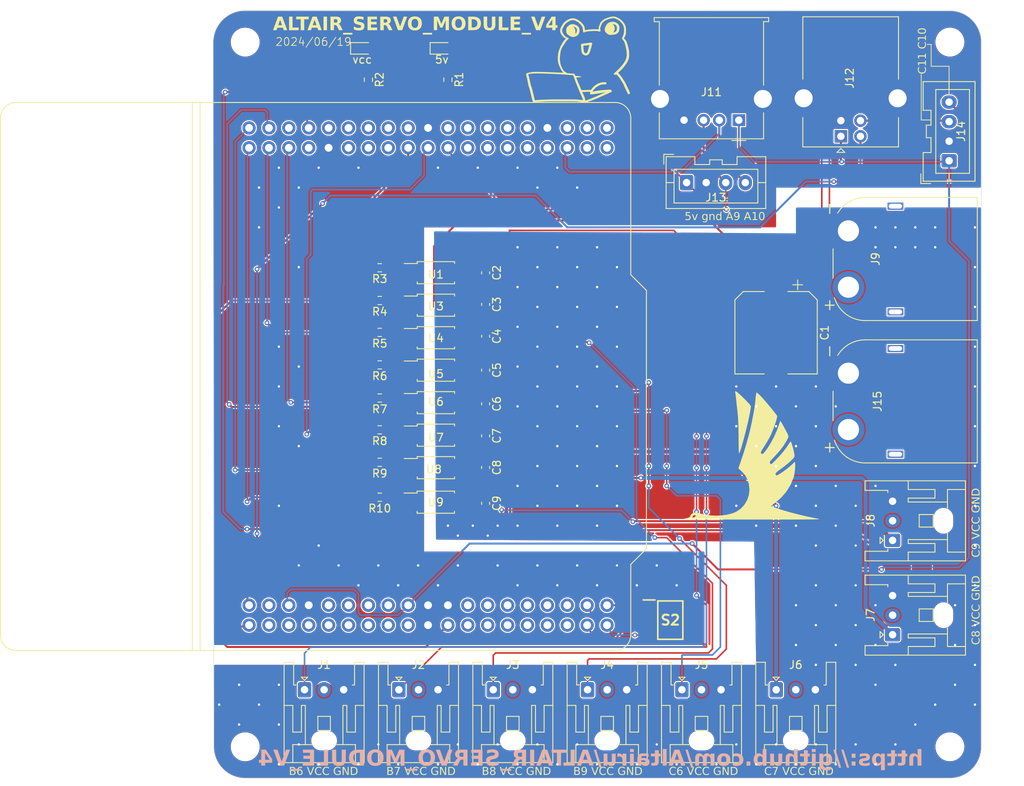
<source format=kicad_pcb>
(kicad_pcb (version 20221018) (generator pcbnew)
  (layers (0 "F.Cu" signal) (31 "B.Cu" signal) (34 "B.Paste" user) (35 "F.Paste" user) (36 "B.SilkS" user "B.Silkscreen") (37 "F.SilkS" user "F.Silkscreen") (38 "B.Mask" user) (39 "F.Mask" user) (44 "Edge.Cuts" user))
  (net 0 "")
  (net 1 "GND")
  (net 2 "+3.3V")
  (net 3 "VCC")
  (net 4 "GND1")
  (net 5 "s1")
  (net 6 "s2")
  (net 7 "s3")
  (net 8 "s4")
  (net 9 "s5")
  (net 10 "s6")
  (net 11 "s7")
  (net 12 "s8")
  (net 13 "B6")
  (net 14 "B7")
  (net 15 "B8")
  (net 16 "B9")
  (net 17 "Net-(LED1-A)")
  (net 18 "C6")
  (net 19 "C7")
  (net 20 "C8")
  (net 21 "C9")
  (net 22 "C10")
  (net 23 "C11")
  (net 24 "Net-(LED3-A)")
  (net 25 "+5V")
  (net 26 "A9")
  (net 27 "A10")
  (net 28 "Net-(U2-PC3)")
  (net 29 "Net-(U2-PC2)")
  (net 30 "Net-(U2-PC1(PB9))")
  (net 31 "Net-(U2-PC0(PB9))")
  (net 73 "Net-(R3-Pad1)")
  (net 74 "Net-(R4-Pad1)")
  (net 75 "Net-(R5-Pad1)")
  (net 76 "Net-(R6-Pad1)")
  (net 77 "Net-(R7-Pad1)")
  (net 78 "Net-(R8-Pad1)")
  (net 79 "Net-(R9-Pad1)")
  (net 80 "Net-(R10-Pad1)")
  (footprint "AltairMD_V6:altair1" (layer "F.Cu") (at 154.432 52.324)
    (fp_text reference "G***" hide)
    (fp_text value "LOGO" hide)
  )
  (footprint "Package_SO:SOIC-4_4.55x2.6mm_P1.27mm" (layer "F.Cu") (at 134.3545 100.203)
    (fp_text reference "U7")
    (fp_text value "TLP291")
  )
  (footprint "Package_SO:SOIC-4_4.55x2.6mm_P1.27mm" (layer "F.Cu") (at 134.3545 83.603)
    (fp_text reference "U3")
    (fp_text value "TLP291")
  )
  (footprint "Capacitor_SMD:C_0603_1608Metric" (layer "F.Cu") (at 140.7045 108.904 -90)
    (fp_text reference "C9")
    (fp_text value "0.1uF")
  )
  (footprint "LED_SMD:LED_0603_1608Metric" (layer "F.Cu") (at 124.9425 50.8)
    (fp_text reference "LED3")
    (fp_text value "vcc")
  )
  (footprint "Package_SO:SOIC-4_4.55x2.6mm_P1.27mm" (layer "F.Cu") (at 134.3545 91.903)
    (fp_text reference "U5")
    (fp_text value "TLP291")
  )
  (footprint "Capacitor_SMD:C_0603_1608Metric" (layer "F.Cu") (at 140.7045 91.899 -90)
    (fp_text reference "C5")
    (fp_text value "0.1uF")
  )
  (footprint "Connector_JST:JST_XA_S03B-XASK-1_1x03_P2.50mm_Horizontal" (layer "F.Cu") (at 192.68 125.69 90)
    (fp_text reference "J7")
    (fp_text value "servo")
  )
  (footprint "Connector_AMASS:AMASS_XT60PW-M_1x02_P7.20mm_Horizontal" (layer "F.Cu") (at 187.04 74.105 -90)
    (fp_text reference "J9")
    (fp_text value "power")
  )
  (footprint "Resistor_SMD:R_0603_1608Metric" (layer "F.Cu") (at 127.1795 103.665043 180)
    (fp_text reference "R9")
    (fp_text value "220")
  )
  (footprint "Connector_JST:JST_XA_S03B-XASK-1_1x03_P2.50mm_Horizontal" (layer "F.Cu") (at 165.775 132.715)
    (fp_text reference "J5")
    (fp_text value "servo")
  )
  (footprint "Package_SO:SOIC-4_4.55x2.6mm_P1.27mm" (layer "F.Cu") (at 134.3545 79.453)
    (fp_text reference "U1")
    (fp_text value "TLP291")
  )
  (footprint "Package_SO:SOIC-4_4.55x2.6mm_P1.27mm" (layer "F.Cu") (at 134.3545 104.353)
    (fp_text reference "U8")
    (fp_text value "TLP291")
  )
  (footprint "Package_SO:SOIC-4_4.55x2.6mm_P1.27mm" (layer "F.Cu") (at 134.337332 108.764)
    (fp_text reference "U9")
    (fp_text value "TLP291")
  )
  (footprint "Package_SO:SOIC-4_4.55x2.6mm_P1.27mm" (layer "F.Cu") (at 134.3545 96.053)
    (fp_text reference "U6")
    (fp_text value "TLP291")
  )
  (footprint "Connector_JST:JST_XA_S03B-XASK-1_1x03_P2.50mm_Horizontal" (layer "F.Cu") (at 153.725 132.715)
    (fp_text reference "J4")
    (fp_text value "servo")
  )
  (footprint "Connector_JST:JST_XA_S03B-XASK-1_1x03_P2.50mm_Horizontal" (layer "F.Cu") (at 141.675 132.715)
    (fp_text reference "J3")
    (fp_text value "servo")
  )
  (footprint "MountingHole:MountingHole_3.2mm_M3" (layer "F.Cu") (at 200 50)
    (fp_text reference "REF**" hide)
    (fp_text value "MountingHole_3.2mm_M3" hide)
  )
  (footprint "Resistor_SMD:R_0603_1608Metric" (layer "F.Cu") (at 127.1795 99.519 180)
    (fp_text reference "R8")
    (fp_text value "220")
  )
  (footprint "Resistor_SMD:R_0603_1608Metric" (layer "F.Cu") (at 135.89 54.801 -90)
    (fp_text reference "R1")
    (fp_text value "4.7k")
  )
  (footprint "Capacitor_SMD:C_0603_1608Metric" (layer "F.Cu") (at 140.7045 87.568 -90)
    (fp_text reference "C4")
    (fp_text value "0.1uF")
  )
  (footprint "Capacitor_SMD:C_0603_1608Metric" (layer "F.Cu") (at 140.7045 79.466 -90)
    (fp_text reference "C2")
    (fp_text value "0.1uF")
  )
  (footprint "Resistor_SMD:R_0603_1608Metric" (layer "F.Cu") (at 125.73 54.801 -90)
    (fp_text reference "R2")
    (fp_text value "4.7k")
  )
  (footprint "Resistor_SMD:R_0603_1608Metric" (layer "F.Cu") (at 127.1795 78.818 180)
    (fp_text reference "R3")
    (fp_text value "220")
  )
  (footprint "MountingHole:MountingHole_3.2mm_M3" (layer "F.Cu") (at 200 140)
    (fp_text reference "REF**" hide)
    (fp_text value "MountingHole_3.2mm_M3")
  )
  (footprint "Capacitor_SMD:C_0603_1608Metric" (layer "F.Cu") (at 140.7045 104.332 -90)
    (fp_text reference "C8")
    (fp_text value "0.1uF")
  )
  (footprint "Resistor_SMD:R_0603_1608Metric" (layer "F.Cu") (at 127.1795 91.224738 180)
    (fp_text reference "R6")
    (fp_text value "220")
  )
  (footprint "MountingHole:MountingHole_3.2mm_M3" (layer "F.Cu") (at 110 50)
    (fp_text reference "REF**" hide)
    (fp_text value "MountingHole_3.2mm_M3")
  )
  (footprint "Connector_JST:JST_XA_S03B-XASK-1_1x03_P2.50mm_Horizontal" (layer "F.Cu") (at 117.575 132.715)
    (fp_text reference "J1")
    (fp_text value "servo")
  )
  (footprint "SamacSys_Parts:SOIC127P600X175-8N" (layer "F.Cu") (at 164.293 123.825)
    (fp_text reference "S2")
    (fp_text value "KHS42E" hide)
  )
  (footprint "Capacitor_SMD:CP_Elec_10x10" (layer "F.Cu") (at 177.8 87.122 -90)
    (fp_text reference "C1")
    (fp_text value "330μf")
  )
  (footprint "Capacitor_SMD:C_0603_1608Metric" (layer "F.Cu") (at 140.7045 100.294 -90)
    (fp_text reference "C7")
    (fp_text value "0.1uF")
  )
  (footprint "Connector_JST:JST_XA_S03B-XASK-1_1x03_P2.50mm_Horizontal" (layer "F.Cu") (at 177.815 132.715)
    (fp_text reference "J6")
    (fp_text value "servo")
  )
  (footprint "Connector_USB:USB_A_Molex_67643_Horizontal" (layer "F.Cu") (at 173.045 59.97 180)
    (fp_text reference "J11")
    (fp_text value "USB_A")
  )
  (footprint "Connector_USB:USB_B_Lumberg_2411_02_Horizontal" (layer "F.Cu") (at 186.075 62.0325 90)
    (fp_text reference "J12")
    (fp_text value "USB_B")
  )
  (footprint "Capacitor_SMD:C_0603_1608Metric" (layer "F.Cu") (at 140.7045 83.504 -90)
    (fp_text reference "C3")
    (fp_text value "0.1uF")
  )
  (footprint "Resistor_SMD:R_0603_1608Metric" (layer "F.Cu") (at 127.1795 108.129 180)
    (fp_text reference "R10")
    (fp_text value "220")
  )
  (footprint "Connector_JST:JST_XA_S03B-XASK-1_1x03_P2.50mm_Horizontal" (layer "F.Cu") (at 129.625 132.715)
    (fp_text reference "J2")
    (fp_text value "servo")
  )
  (footprint "Resistor_SMD:R_0603_1608Metric" (layer "F.Cu") (at 127.1795 95.455 180)
    (fp_text reference "R7")
    (fp_text value "220")
  )
  (footprint "Library:STM32F446RE_Nucleo" (layer "F.Cu") (at 131.654214 93.795786 90)
    (fp_text reference "U2" hide)
    (fp_text value "~" hide)
  )
  (footprint "Library:sken" (layer "F.Cu") (at 174.752 109.22)
    (fp_text reference "G***" hide)
    (fp_text value "LOGO" hide)
  )
  (footprint "Connector_JST:JST_XA_B04B-XASK-1_1x04_P2.50mm_Vertical" (layer "F.Cu") (at 166.37 67.945)
    (fp_text reference "J13")
    (fp_text value "Conn_01x04")
  )
  (footprint "Connector_JST:JST_XA_S03B-XASK-1_1x03_P2.50mm_Horizontal" (layer "F.Cu") (at 192.68 113.64 90)
    (fp_text reference "J8")
    (fp_text value "servo")
  )
  (footprint "MountingHole:MountingHole_3.2mm_M3" (layer "F.Cu") (at 110 140)
    (fp_text reference "REF**" hide)
    (fp_text value "MountingHole_3.2mm_M3")
  )
  (footprint "LED_SMD:LED_0603_1608Metric" (layer "F.Cu") (at 135.1025 50.8)
    (fp_text reference "LED1")
    (fp_text value "5v")
  )
  (footprint "Package_SO:SOIC-4_4.55x2.6mm_P1.27mm" (layer "F.Cu") (at 134.3545 87.753)
    (fp_text reference "U4")
    (fp_text value "TLP291")
  )
  (footprint "Resistor_SMD:R_0603_1608Metric" (layer "F.Cu") (at 127.1795 83.001021 180)
    (fp_text reference "R4")
    (fp_text value "220")
  )
  (footprint "Capacitor_SMD:C_0603_1608Metric" (layer "F.Cu") (at 140.7045 96.204 -90)
    (fp_text reference "C6")
    (fp_text value "0.1uF")
  )
  (footprint "Connector_JST:JST_XA_B04B-XASK-1_1x04_P2.50mm_Vertical" (layer "F.Cu") (at 199.898 65.158 90)
    (fp_text reference "J14")
    (fp_text value "Conn_01x04")
  )
  (footprint "Connector_AMASS:AMASS_XT60PW-M_1x02_P7.20mm_Horizontal" (layer "F.Cu") (at 187.04 92.285 -90)
    (fp_text reference "J15")
    (fp_text value "power")
  )
  (footprint "Resistor_SMD:R_0603_1608Metric" (layer "F.Cu") (at 127.1795 87.073 180)
    (fp_text reference "R5")
    (fp_text value "220")
  )
  (gr_line (start 197.104 50.292) (end 197.612 50.292) (stroke (width 0.1)) (layer "F.SilkS"))
  (gr_line (start 197.612 53.086) (end 199.898 53.086) (stroke (width 0.1)) (layer "F.SilkS"))
  (gr_line (start 197.612 50.292) (end 197.612 53.086) (stroke (width 0.1)) (layer "F.SilkS"))
  (gr_line (start 199.898 53.086) (end 199.898 56.642) (stroke (width 0.1)) (layer "F.SilkS"))
  (gr_line (start 196.342 59.944) (end 197.612 59.944) (stroke (width 0.1)) (layer "F.SilkS"))
  (gr_line (start 196.342 54.102) (end 196.342 59.944) (stroke (width 0.1)) (layer "F.SilkS"))
  (gr_line (start 105.918 50.038) (end 106 140) (stroke (width 0.05)) (layer "Edge.Cuts"))
  (gr_arc (start 200 46) (mid 202.828427 47.171573) (end 204 50) (stroke (width 0.05)) (layer "Edge.Cuts"))
  (gr_line (start 204 140) (end 204 50) (stroke (width 0.05)) (layer "Edge.Cuts"))
  (gr_arc (start 110 144) (mid 107.171573 142.828427) (end 106 140) (stroke (width 0.05)) (layer "Edge.Cuts"))
  (gr_arc (start 105.918 50.038) (mid 107.108318 47.164318) (end 109.982 45.974) (stroke (width 0.05)) (layer "Edge.Cuts"))
  (gr_arc (start 204 140) (mid 202.828427 142.828427) (end 200 144) (stroke (width 0.05)) (layer "Edge.Cuts"))
  (gr_line (start 200 46) (end 109.982 45.974) (stroke (width 0.05)) (layer "Edge.Cuts"))
  (gr_line (start 110 144) (end 200 144) (stroke (width 0.05)) (layer "Edge.Cuts"))
  (gr_text "https://github.com/Altairu/ALTAIR_SERVO_MODULE_V4\n" (at 196.596 142.748) (layer "B.SilkS") (effects (font (size 2 2) (thickness 0.1)) (justify left bottom mirror)))
  (gr_text "C8 VCC GND" (at 203.962 127 90) (layer "F.SilkS") (effects (font (size 1 1) (thickness 0.1)) (justify left bottom)))
  (gr_text "5v gnd A9 A10" (at 166.116 72.898) (layer "F.SilkS") (effects (font (size 1 1) (thickness 0.1)) (justify left bottom)))
  (gr_text "C7 VCC GND" (at 176.276 143.764) (layer "F.SilkS") (effects (font (size 1 1) (thickness 0.1)) (justify left bottom)))
  (gr_text "B6 VCC GND" (at 115.57 143.764) (layer "F.SilkS") (effects (font (size 1 1) (thickness 0.1)) (justify left bottom)))
  (gr_text "B9 VCC GND" (at 151.892 143.764) (layer "F.SilkS") (effects (font (size 1 1) (thickness 0.1)) (justify left bottom)))
  (gr_text "C9 VCC GND" (at 203.962 115.824 90) (layer "F.SilkS") (effects (font (size 1 1) (thickness 0.1)) (justify left bottom)))
  (gr_text "B8 VCC GND" (at 140.208 143.764) (layer "F.SilkS") (effects (font (size 1 1) (thickness 0.1)) (justify left bottom)))
  (gr_text "C6 VCC GND" (at 164.084 143.764) (layer "F.SilkS") (effects (font (size 1 1) (thickness 0.1)) (justify left bottom)))
  (gr_text "2024/06/19" (at 113.792 50.546) (layer "F.SilkS") (effects (font (size 1 1) (thickness 0.1)) (justify left bottom)))
  (gr_text "C11 C10" (at 197.104 54.102 90) (layer "F.SilkS") (effects (font (size 1 1) (thickness 0.1)) (justify left bottom)))
  (gr_text "B7 VCC GND" (at 128.016 143.764) (layer "F.SilkS") (effects (font (size 1 1) (thickness 0.1)) (justify left bottom)))
  (gr_text "ALTAIR_SERVO_MODULE_V4\n" (at 113.538 48.768) (layer "F.SilkS") (effects (font (size 1.7 1.7) (thickness 0.3) bold) (justify left bottom)))
  (via (at 157.48 116.84) (size 0.6) (drill 0.3) (layers "F.Cu" "B.Cu") (net 1))
  (via (at 114.3 71.12) (size 0.6) (drill 0.3) (layers "F.Cu" "B.Cu") (net 1))
  (via (at 116.84 116.84) (size 0.6) (drill 0.3) (layers "F.Cu" "B.Cu") (net 1))
  (via (at 111.76 73.66) (size 0.6) (drill 0.3) (layers "F.Cu" "B.Cu") (net 1))
  (via (at 165.1 119.38) (size 0.6) (drill 0.3) (layers "F.Cu" "B.Cu") (net 1))
  (via (at 144.78 66.04) (size 0.6) (drill 0.3) (layers "F.Cu" "B.Cu") (net 1))
  (via (at 137.16 116.84) (size 0.6) (drill 0.3) (layers "F.Cu" "B.Cu") (net 1))
  (via (at 124.46 66.04) (size 0.6) (drill 0.3) (layers "F.Cu" "B.Cu") (net 1))
  (via (at 160.02 119.38) (size 0.6) (drill 0.3) (layers "F.Cu" "B.Cu") (net 1))
  (via (at 114.3 93.98) (size 0.6) (drill 0.3) (layers "F.Cu" "B.Cu") (net 1))
  (via (at 111.76 68.58) (size 0.6) (drill 0.3) (layers "F.Cu" "B.Cu") (net 1))
  (via (at 114.3 99.06) (size 0.6) (drill 0.3) (layers "F.Cu" "B.Cu") (net 1))
  (via (at 134.62 119.38) (size 0.6) (drill 0.3) (layers "F.Cu" "B.Cu") (net 1))
  (via (at 124.46 119.38) (size 0.6) (drill 0.3) (layers "F.Cu" "B.Cu") (net 1))
  (via (at 116.84 68.58) (size 0.6) (drill 0.3) (layers "F.Cu" "B.Cu") (net 1))
  (via (at 116.84 101.6) (size 0.6) (drill 0.3) (layers "F.Cu" "B.Cu") (net 1))
  (via (at 139.7 66.04) (size 0.6) (drill 0.3) (layers "F.Cu" "B.Cu") (net 1))
  (via (at 142.24 116.84) (size 0.6) (drill 0.3) (layers "F.Cu" "B.Cu") (net 1))
  (via (at 144.78 119.38) (size 0.6) (drill 0.3) (layers "F.Cu" "B.Cu") (net 1))
  (via (at 147.32 68.58) (size 0.6) (drill 0.3) (layers "F.Cu" "B.Cu") (net 1))
  (via (at 114.3 66.04) (size 0.6) (drill 0.3) (layers "F.Cu" "B.Cu") (net 1))
  (via (at 129.54 119.38) (size 0.6) (drill 0.3) (layers "F.Cu" "B.Cu") (net 1))
  (via (at 152.4 68.58) (size 0.6) (drill 0.3) (layers "F.Cu" "B.Cu") (net 1))
  (via (at 114.3 88.9) (size 0.6) (drill 0.3) (layers "F.Cu" "B.Cu") (net 1))
  (via (at 116.84 91.44) (size 0.6) (drill 0.3) (layers "F.Cu" "B.Cu") (net 1))
  (via (at 119.38 114.3) (size 0.6) (drill 0.3) (layers "F.Cu" "B.Cu") (net 1))
  (via (at 132.08 116.84) (size 0.6) (drill 0.3) (layers "F.Cu" "B.Cu") (net 1))
  (via (at 116.84 78.74) (size 0.6) (drill 0.3) (layers "F.Cu" "B.Cu") (net 1))
  (via (at 149.86 119.38) (size 0.6) (drill 0.3) (layers "F.Cu" "B.Cu") (net 1))
  (via (at 114.3 109.22) (size 0.6) (drill 0.3) (layers "F.Cu" "B.Cu") (net 1))
  (via (at 147.32 116.84) (size 0.6) (drill 0.3) (layers "F.Cu" "B.Cu") (net 1))
  (via (at 152.4 116.84) (size 0.6) (drill 0.3) (layers "F.Cu" "B.Cu") (net 1))
  (via (at 154.94 119.38) (size 0.6) (drill 0.3) (layers "F.Cu" "B.Cu") (net 1))
  (via (at 134.62 66.04) (size 0.6) (drill 0.3) (layers "F.Cu" "B.Cu") (net 1))
  (via (at 162.56 116.84) (size 0.6) (drill 0.3) (layers "F.Cu" "B.Cu") (net 1))
  (via (at 127 116.84) (size 0.6) (drill 0.3) (layers "F.Cu" "B.Cu") (net 1))
  (via (at 119.38 66.04) (size 0.6) (drill 0.3) (layers "F.Cu" "B.Cu") (net 1))
  (via (at 149.86 66.04) (size 0.6) (drill 0.3) (layers "F.Cu" "B.Cu") (net 1))
  (via (at 121.92 116.84) (size 0.6) (drill 0.3) (layers "F.Cu" "B.Cu") (net 1))
  (segment (start 197.866 86.614) (end 197.866 106.750699) (width 5) (layer "F.Cu") (net 3))
  (segment (start 185.223 83.122) (end 182.372 83.122) (width 5) (layer "F.Cu") (net 3))
  (segment (start 134.6835 99.568) (end 134.6085 99.493) (width 0.25) (layer "F.Cu") (net 3))
  (segment (start 168.275 132.715) (end 168.275 136.271) (width 2.54) (layer "F.Cu") (net 3))
  (segment (start 134.6085 86.793) (end 134.6085 82.729) (width 0.25) (layer "F.Cu") (net 3))
  (segment (start 134.112 76.08374) (end 137.414 72.78174) (width 0.25) (layer "F.Cu") (net 3))
  (segment (start 197.866 98.044) (end 196.425 99.485) (width 5) (layer "F.Cu") (net 3))
  (segment (start 196.6448 81.305) (end 197.866 82.5262) (width 5) (layer "F.Cu") (net 3))
  (segment (start 137.6045 87.118) (end 134.9335 87.118) (width 0.25) (layer "F.Cu") (net 3))
  (segment (start 197.866 106.750699) (end 197.266349 107.35035) (width 5) (layer "F.Cu") (net 3))
  (segment (start 168.275 136.271) (end 168.656 136.652) (width 2.54) (layer "F.Cu") (net 3))
  (segment (start 177.8 81.28) (end 177.8 83.122) (width 0.25) (layer "F.Cu") (net 3))
  (segment (start 195.4624 105.546401) (end 195.4624 109.9876) (width 2.54) (layer "F.Cu") (net 3))
  (segment (start 194.564 99.485) (end 191.262 99.485) (width 5) (layer "F.Cu") (net 3))
  (segment (start 180.315 136.423) (end 180.086 136.652) (width 2.54) (layer "F.Cu") (net 3))
  (segment (start 134.6085 103.632) (end 134.6085 99.493) (width 0.25) (layer "F.Cu") (net 3))
  (segment (start 143.8334 112.3374) (end 188.0294 112.3374) (width 0.25) (layer "F.Cu") (net 3))
  (segment (start 137.6045 78.818) (end 134.7615 78.818) (width 0.25) (layer "F.Cu") (net 3))
  (segment (start 196.425 106.934) (end 196.425 107.696) (width 2.54) (layer "F.Cu") (net 3))
  (segment (start 140.7045 99.519) (end 137.6535 99.519) (width 0.25) (layer "F.Cu") (net 3))
  (segment (start 132.125 132.715) (end 132.125 136.099) (width 2.54) (layer "F.Cu") (net 3))
  (segment (start 188.0294 112.3374) (end 191.008 115.316) (width 0.25) (layer "F.Cu") (net 3))
  (segment (start 195.4624 105.546401) (end 197.266349 107.35035) (width 2.54) (layer "F.Cu") (net 3))
  (segment (start 140.4655 82.968) (end 140.7045 82.729) (width 0.25) (layer "F.Cu") (net 3))
  (segment (start 196.425 110.998) (end 196.425 115.316) (width 2.54) (layer "F.Cu") (net 3))
  (segment (start 196.283 111.14) (end 196.425 110.998) (width 2.54) (layer "F.Cu") (net 3))
  (segment (start 137.6045 78.818) (end 140.5775 78.818) (width 0.25) (layer "F.Cu") (net 3))
  (segment (start 143.8334 108.7814) (end 143.8334 112.3374) (width 0.25) (layer "F.Cu") (net 3))
  (segment (start 135.0195 91.268) (end 134.6085 90.857) (width 0.25) (layer "F.Cu") (net 3))
  (segment (start 196.425 107.696) (end 197.612 107.696) (width 2.54) (layer "F.Cu") (net 3))
  (segment (start 185.223 83.122) (end 187.04 81.305) (width 5) (layer "F.Cu") (net 3))
  (segment (start 196.425 106.934) (end 196.425 101.346) (width 2.54) (layer "F.Cu") (net 3))
  (segment (start 191.262 99.485) (end 187.04 99.485) (width 5) (layer "F.Cu") (net 3))
  (segment (start 196.425 133.267) (end 193.04 136.652) (width 2.54) (layer "F.Cu") (net 3))
  (segment (start 134.7615 78.818) (end 134.6085 78.665) (width 0.25) (layer "F.Cu") (net 3))
  (segment (start 120.075 135.569) (end 120.075 133.0304) (width 2.54) (layer "F.Cu") (net 3))
  (segment (start 134.6085 105.150168) (end 134.6085 103.632) (width 0.25) (layer "F.Cu") (net 3))
  (segment (start 196.425 101.7252) (end 196.425 106.934) (width 2.54) (layer "F.Cu") (net 3))
  (segment (start 156.225 136.637) (end 156.21 136.652) (width 2.54) (layer "F.Cu") (net 3))
  (segment (start 137.7485 91.124) (end 137.6045 91.268) (width 0.25) (layer "F.Cu") (net 3))
  (segment (start 197.866 92.202) (end 197.866 98.044) (width 5) (layer "F.Cu") (net 3))
  (segment (start 197.866 82.5262) (end 197.866 86.614) (width 5) (layer "F.Cu") (net 3))
  (segment (start 194.1848 99.485) (end 196.425 101.7252) (width 2.54) (layer "F.Cu") (net 3))
  (segment (start 120.075 133.0304) (end 120.075 132.715) (width 1.8) (layer "F.Cu") (net 3))
  (segment (start 195.4624 100.3834) (end 195.4624 105.546401) (width 2.54) (layer "F.Cu") (net 3))
  (segment (start 131.572 136.652) (end 121.158 136.652) (width 2.54) (layer "F.Cu") (net 3))
  (segment (start 140.7045 108.129) (end 143.181 108.129) (width 0.25) (layer "F.Cu") (net 3))
  (segment (start 182.372 83.122) (end 177.8 83.122) (width 5) (layer "F.Cu") (net 3))
  (segment (start 191.262 99.485) (end 191.262 98.806) (width 5) (layer "F.Cu") (net 3))
  (segment (start 137.6155 95.429) (end 137.6045 95.418) (width 0.25) (layer "F.Cu") (net 3))
  (segment (start 137.6045 82.968) (end 134.8475 82.968) (width 0.25) (layer "F.Cu") (net 3))
  (segment (start 191.008 115.316) (end 196.425 115.316) (width 0.25) (layer "F.Cu") (net 3))
  (segment (start 181.61 49.53) (end 183.642 51.562) (width 0.2) (layer "F.Cu") (net 3))
  (segment (start 137.6045 103.718) (end 137.5185 103.632) (width 0.25) (layer "F.Cu") (net 3))
  (segment (start 195.4624 109.9876) (end 194.31 111.14) (width 2.54) (layer "F.Cu") (net 3))
  (segment (start 198.628 106.68) (end 198.628 98.806) (width 2.54) (layer "F.Cu") (net 3))
  (segment (start 137.6045 82.968) (end 140.4655 82.968) (width 0.25) (layer "F.Cu") (net 3))
  (segment (start 196.425 107.696) (end 196.425 109.040331) (width 2.54) (layer "F.Cu") (net 3))
  (segment (start 196.425 99.485) (end 194.564 99.485) (width 5) (layer "F.Cu") (net 3))
  (segment (start 137.5185 103.632) (end 134.6085 103.632) (width 0.25) (layer "F.Cu") (net 3))
  (segment (start 135.1055 95.418) (end 134.6085 94.921) (width 0.25) (layer "F.Cu") (net 3))
  (segment (start 156.225 132.715) (end 156.225 136.637) (width 2.54) (layer "F.Cu") (net 3))
  (segment (start 127.508 55.626) (end 127.508 50.038) (width 0.2) (layer "F.Cu") (net 3))
  (segment (start 140.5775 78.818) (end 140.7045 78.691) (width 0.25) (layer "F.Cu") (net 3))
  (segment (start 196.425 99.485) (end 196.425 107.696) (width 2.54) (layer "F.Cu") (net 3))
  (segment (start 140.7045 103.557) (end 137.7655 103.557) (width 0.25) (layer "F.Cu") (net 3))
  (segment (start 144.526 136.652) (end 131.572 136.652) (width 2.54) (layer "F.Cu") (net 3))
  (segment (start 144.175 132.715) (end 144.175 136.301) (width 2.54) (layer "F.Cu") (net 3))
  (segment (start 156.21 136.652) (end 144.526 136.652) (width 2.54) (layer "F.Cu") (net 3))
  (segment (start 127.508 50.038) (end 128.016 49.53) (width 0.2) (layer "F.Cu") (net 3))
  (segment (start 134.6085 94.921) (end 134.6085 90.857) (width 0.25) (layer "F.Cu") (net 3))
  (segment (start 134.8475 82.968) (end 134.6085 82.729) (width 0.25) (layer "F.Cu") (net 3))
  (segment (start 134.6085 82.729) (end 134.6085 78.665) (width 0.25) (layer "F.Cu") (net 3))
  (segment (start 197.612 107.696) (end 198.628 106.68) (width 2.54) (layer "F.Cu") (net 3))
  (segment (start 134.6085 90.857) (end 134.6085 86.793) (width 0.25) (layer "F.Cu") (net 3))
  (segment (start 144.175 136.301) (end 144.526 136.652) (width 2.54) (layer "F.Cu") (net 3))
  (segment (start 140.3795 87.118) (end 140.7045 86.793) (width 0.25) (layer "F.Cu") (net 3))
  (segment (start 137.414 72.78174) (end 169.30174 72.78174) (width 0.25) (layer "F.Cu") (net 3))
  (segment (start 137.6045 91.268) (end 135.0195 91.268) (width 0.25) (layer "F.Cu") (net 3))
  (segment (start 183.642 81.852) (end 182.372 83.122) (width 0.2) (layer "F.Cu") (net 3))
  (segment (start 196.425 109.040331) (end 196.425 110.998) (width 2.54) (layer "F.Cu") (net 3))
  (segment (start 137.587332 108.129) (end 134.6085 105.150168) (width 0.25) (layer "F.Cu") (net 3))
  (segment (start 137.6045 95.418) (end 135.1055 95.418) (width 0.25) (layer "F.Cu") (net 3))
  (segment (start 194.31 111.14) (end 196.283 111.14) (width 2.54) (layer "F.Cu") (net 3))
  (segment (start 128.016 49.53) (end 181.61 49.53) (width 0.2) (layer "F.Cu") (net 3))
  (segment (start 194.564 99.485) (end 195.4624 100.3834) (width 2.54) (layer "F.Cu") (net 3))
  (segment (start 132.125 136.099) (end 131.572 136.652) (width 2.54) (layer "F.Cu") (net 3))
  (segment (start 121.158 136.652) (end 120.075 135.569) (width 2.54) (layer "F.Cu") (net 3))
  (segment (start 134.9335 87.118) (end 134.6085 86.793) (width 0.25) (layer "F.Cu") (net 3))
  (segment (start 180.086 136.652) (end 168.656 136.652) (width 2.54) (layer "F.Cu") (net 3))
  (segment (start 192.68 111.14) (end 194.31 111.14) (width 2.54) (layer "F.Cu") (net 3))
  (segment (start 140.7045 95.429) (end 137.6155 95.429) (width 0.25) (layer "F.Cu") (net 3))
  (segment (start 192.68 123.19) (end 196.425 123.19) (width 2.54) (layer "F.Cu") (net 3))
  (segment (start 137.6535 99.519) (end 137.6045 99.568) (width 0.25) (layer "F.Cu") (net 3))
  (segment (start 125.73 55.626) (end 127.508 55.626) (width 0.2) (layer "F.Cu") (net 3))
  (segment (start 198.628 98.806) (end 197.866 98.044) (width 2.54) (layer "F.Cu") (net 3))
  (segment (start 193.04 136.652) (end 180.086 136.652) (width 2.54) (layer "F.Cu") (net 3))
  (segment (start 191.262 99.485) (end 194.1848 99.485) (width 2.54) (layer "F.Cu") (net 3))
  (segment (start 180.315 132.715) (end 180.315 136.423) (width 2.54) (layer "F.Cu") (net 3))
  (segment (start 196.425 123.19) (end 196.425 133.267) (width 2.54) (layer "F.Cu") (net 3))
  (segment (start 183.642 51.562) (end 183.642 81.852) (width 0.2) (layer "F.Cu") (net 3))
  (segment (start 137.7655 103.557) (end 137.6045 103.718) (width 0.25) (layer "F.Cu") (net 3))
  (segment (start 191.262 98.806) (end 197.866 92.202) (width 5) (layer "F.Cu") (net 3))
  (segment (start 196.425 115.316) (end 196.425 123.19) (width 2.54) (layer "F.Cu") (net 3))
  (segment (start 137.6045 99.568) (end 134.6835 99.568) (width 0.25) (layer "F.Cu") (net 3))
  (segment (start 143.181 108.129) (end 143.8334 108.7814) (width 0.25) (layer "F.Cu") (net 3))
  (segment (start 134.6085 99.493) (end 134.6085 94.921) (width 0.25) (layer "F.Cu") (net 3))
  (segment (start 134.112 83.82) (end 134.112 76.08374) (width 0.25) (layer "F.Cu") (net 3))
  (segment (start 196.425 101.346) (end 194.564 99.485) (width 2.54) (layer "F.Cu") (net 3))
  (segment (start 137.6045 87.118) (end 140.3795 87.118) (width 0.25) (layer "F.Cu") (net 3))
  (segment (start 137.587332 108.129) (end 140.7045 108.129) (width 0.25) (layer "F.Cu") (net 3))
  (segment (start 197.866 86.614) (end 197.866 92.202) (width 5) (layer "F.Cu") (net 3))
  (segment (start 187.04 81.305) (end 196.6448 81.305) (width 5) (layer "F.Cu") (net 3))
  (segment (start 168.656 136.652) (end 156.21 136.652) (width 2.54) (layer "F.Cu") (net 3))
  (segment (start 140.7045 91.124) (end 137.7485 91.124) (width 0.25) (layer "F.Cu") (net 3))
  (segment (start 169.30174 72.78174) (end 177.8 81.28) (width 0.25) (layer "F.Cu") (net 3))
  (segment (start 140.4735 100.838) (end 140.7045 101.069) (width 0.25) (layer "F.Cu") (net 4))
  (segment (start 140.8759 100.8976) (end 140.7045 101.069) (width 0.5) (layer "F.Cu") (net 4))
  (segment (start 124.155 50.597) (end 126.238 48.514) (width 0.2) (layer "F.Cu") (net 4))
  (segment (start 124.155 50.8) (end 124.155 50.597) (width 0.2) (layer "F.Cu") (net 4))
  (segment (start 126.238 48.514) (end 181.356 48.514) (width 0.2) (layer "F.Cu") (net 4))
  (segment (start 184.6136 51.7716) (end 184.6136 71.6786) (width 0.2) (layer "F.Cu") (net 4))
  (segment (start 184.6136 71.6786) (end 187.04 74.105) (width 0.2) (layer "F.Cu") (net 4))
  (segment (start 181.356 48.514) (end 184.6136 51.7716) (width 0.2) (layer "F.Cu") (net 4))
  (via (at 180.34 142.24) (size 0.6) (drill 0.3) (layers "F.Cu" "B.Cu") (net 4))
  (via (at 198.12 76.2) (size 0.6) (drill 0.3) (layers "F.Cu" "B.Cu") (net 4))
  (via (at 149.86 96.52) (size 0.6) (drill 0.3) (layers "F.Cu" "B.Cu") (net 4))
  (via (at 154.94 142.24) (size 0.6) (drill 0.3) (layers "F.Cu" "B.Cu") (net 4))
  (via (at 106.68 134.62) (size 0.6) (drill 0.3) (layers "F.Cu" "B.Cu") (net 4))
  (via (at 200.66 132.08) (size 0.6) (drill 0.3) (layers "F.Cu" "B.Cu") (net 4))
  (via (at 144.78 91.44) (size 0.6) (drill 0.3) (layers "F.Cu" "B.Cu") (net 4))
  (via (at 152.4 104.14) (size 0.6) (drill 0.3) (layers "F.Cu" "B.Cu") (net 4))
  (via (at 147.32 78.74) (size 0.6) (drill 0.3) (layers "F.Cu" "B.Cu") (net 4))
  (via (at 182.88 104.14) (size 0.6) (drill 0.3) (layers "F.Cu" "B.Cu") (net 4))
  (via (at 147.32 104.14) (size 0.6) (drill 0.3) (layers "F.Cu" "B.Cu") (net 4))
  (via (at 154.94 111.76) (size 0.6) (drill 0.3) (layers "F.Cu" "B.Cu") (net 4))
  (via (at 203.2 83.82) (size 0.6) (drill 0.3) (layers "F.Cu" "B.Cu") (net 4))
  (via (at 190.5 142.24) (size 0.6) (drill 0.3) (layers "F.Cu" "B.Cu") (net 4))
  (via (at 180.34 121.92) (size 0.6) (drill 0.3) (layers "F.Cu" "B.Cu") (net 4))
  (via (at 203.2 104.14) (size 0.6) (drill 0.3) (layers "F.Cu" "B.Cu") (net 4))
  (via (at 144.78 86.36) (size 0.6) (drill 0.3) (layers "F.Cu" "B.Cu") (net 4))
  (via (at 203.2 114.3) (size 0.6) (drill 0.3) (layers "F.Cu" "B.Cu") (net 4))
  (via (at 182.88 129.54) (size 0.6) (drill 0.3) (layers "F.Cu" "B.Cu") (net 4))
  (via (at 180.34 101.6) (size 0.6) (drill 0.3) (layers "F.Cu" "B.Cu") (net 4))
  (via (at 165.1 142.24) (size 0.6) (drill 0.3) (layers "F.Cu" "B.Cu") (net 4))
  (via (at 154.94 76.2) (size 0.6) (drill 0.3) (layers "F.Cu" "B.Cu") (net 4))
  (via (at 157.48 104.14) (size 0.6) (drill 0.3) (layers "F.Cu" "B.Cu") (net 4))
  (via (at 172.72 93.98) (size 0.6) (drill 0.3) (layers "F.Cu" "B.Cu") (net 4))
  (via (at 203.2 129.54) (size 0.6) (drill 0.3) (layers "F.Cu" "B.Cu") (net 4))
  (via (at 147.32 109.22) (size 0.6) (drill 0.3) (layers "F.Cu" "B.Cu") (net 4))
  (via (at 195.58 76.2) (size 0.6) (drill 0.3) (layers "F.Cu" "B.Cu") (net 4))
  (via (at 144.78 111.76) (size 0.6) (drill 0.3) (layers "F.Cu" "B.Cu") (net 4))
  (via (at 154.94 106.68) (size 0.6) (drill 0.3) (layers "F.Cu" "B.Cu") (net 4))
  (via (at 187.96 129.54) (size 0.6) (drill 0.3) (layers "F.Cu" "B.Cu") (net 4))
  (via (at 190.5 127) (size 0.6) (drill 0.3) (layers "F.Cu" "B.Cu") (net 4))
  (via (at 187.96 119.38) (size 0.6) (drill 0.3) (layers "F.Cu" "B.Cu") (net 4))
  (via (at 114.3 132.08) (size 0.6) (drill 0.3) (layers "F.Cu" "B.Cu") (net 4))
  (via (at 119.38 142.24) (size 0.6) (drill 0.3) (layers "F.Cu" "B.Cu") (net 4))
  (via (at 177.8 99.06) (size 0.6) (drill 0.3) (layers "F.Cu" "B.Cu") (net 4))
  (via (at 139.065 111.76) (size 0.6) (drill 0.3) (layers "F.Cu" "B.Cu") (net 4))
  (via (at 187.96 124.46) (size 0.6) (drill 0.3) (layers "F.Cu" "B.Cu") (net 4))
  (via (at 195.58 137.16) (size 0.6) (drill 0.3) (layers "F.Cu" "B.Cu") (net 4))
  (via (at 139.7 142.24) (size 0.6) (drill 0.3) (layers "F.Cu" "B.Cu") (net 4))
  (via (at 144.78 81.28) (size 0.6) (drill 0.3) (layers "F.Cu" "B.Cu") (net 4))
  (via (at 157.48 99.06) (size 0.6) (drill 0.3) (layers "F.Cu" "B.Cu") (net 4))
  (via (at 147.32 93.98) (size 0.6) (drill 0.3) (layers "F.Cu" "B.Cu") (net 4))
  (via (at 152.4 93.98) (size 0.6) (drill 0.3) (layers "F.Cu" "B.Cu") (net 4))
  (via (at 182.88 99.06) (size 0.6) (drill 0.3) (layers "F.Cu" "B.Cu") (net 4))
  (via (at 203.2 124.46) (size 0.6) (drill 0.3) (layers "F.Cu" "B.Cu") (net 4))
  (via (at 116.84 139.7) (size 0.6) (drill 0.3) (layers "F.Cu" "B.Cu") (net 4))
  (via (at 180.34 106.68) (size 0.6) (drill 0.3) (layers "F.Cu" "B.Cu") (net 4))
  (via (at 198.12 73.66) (size 0.6) (drill 0.3) (layers "F.Cu" "B.Cu") (net 4))
  (via (at 149.86 81.28) (size 0.6) (drill 0.3) (layers "F.Cu" "B.Cu") (net 4))
  (via (at 147.32 88.9) (size 0.6) (drill 0.3) (layers "F.Cu" "B.Cu") (net 4))
  (via (at 182.88 93.98) (size 0.6) (drill 0.3) (layers "F.Cu" "B.Cu") (net 4))
  (via (at 147.32 99.06) (size 0.6) (drill 0.3) (layers "F.Cu" "B.Cu") (net 4))
  (via (at 193.04 73.66) (size 0.6) (drill 0.3) (layers "F.Cu" "B.Cu") (net 4))
  (via (at 154.94 101.6) (size 0.6) (drill 0.3) (layers "F.Cu" "B.Cu") (net 4))
  (via (at 177.8 93.98) (size 0.6) (drill 0.3) (layers "F.Cu" "B.Cu") (net 4))
  (via (at 157.48 109.22) (size 0.6) (drill 0.3) (layers "F.Cu" "B.Cu") (net 4))
  (via (at 157.48 78.74) (size 0.6) (drill 0.3) (layers "F.Cu" "B.Cu") (net 4))
  (via (at 185.42 106.68) (size 0.6) (drill 0.3) (layers "F.Cu" "B.Cu") (net 4))
  (via (at 180.34 96.52) (size 0.6) (drill 0.3) (layers "F.Cu" "B.Cu") (net 4))
  (via (at 134.62 142.24) (size 0.6) (drill 0.3) (layers "F.Cu" "B.Cu") (net 4))
  (via (at 177.8 104.14) (size 0.6) (drill 0.3) (layers "F.Cu" "B.Cu") (net 4))
  (via (at 147.32 83.82) (size 0.6) (drill 0.3) (layers "F.Cu" "B.Cu") (net 4))
  (via (at 124.46 142.24) (size 0.6) (drill 0.3) (layers "F.Cu" "B.Cu") (net 4))
  (via (at 182.88 139.7) (size 0.6) (drill 0.3) (layers "F.Cu" "B.Cu") (net 4))
  (via (at 127 139.7) (size 0.6) (drill 0.3) (layers "F.Cu" "B.Cu") (net 4))
  (via (at 172.72 139.7) (size 0.6) (drill 0.3) (layers "F.Cu" "B.Cu") (net 4))
  (via (at 182.88 119.38) (size 0.6) (drill 0.3) (layers "F.Cu" "B.Cu") (net 4))
  (via (at 185.42 121.92) (size 0.6) (drill 0.3) (layers "F.Cu" "B.Cu") (net 4))
  (via (at 198.12 134.62) (size 0.6) (drill 0.3) (layers "F.Cu" "B.Cu") (net 4))
  (via (at 154.94 86.36) (size 0.6) (drill 0.3) (layers "F.Cu" "B.Cu") (net 4))
  (via (at 170.18 142.24) (size 0.6) (drill 0.3) (layers "F.Cu" "B.Cu") (net 4))
  (via (at 157.48 88.9) (size 0.6) (drill 0.3) (layers "F.Cu" "B.Cu") (net 4))
  (via (at 142.24 139.7) (size 0.6) (drill 0.3) (layers "F.Cu" "B.Cu") (net 4))
  (via (at 149.86 91.44) (size 0.6) (drill 0.3) (layers "F.Cu" "B.Cu") (net 4))
  (via (at 152.4 83.82) (size 0.6) (drill 0.3) (layers "F.Cu" "B.Cu") (net 4))
  (via (at 149.86 76.2) (size 0.6) (drill 0.3) (layers "F.Cu" "B.Cu") (net 4))
  (via (at 203.2 119.38) (size 0.6) (drill 0.3) (layers "F.Cu" "B.Cu") (net 4))
  (via (at 157.48 93.98) (size 0.6) (drill 0.3) (layers "F.Cu" "B.Cu") (net 4))
  (via (at 200.66 127) (size 0.6) (drill 0.3) (layers "F.Cu" "B.Cu") (net 4))
  (via (at 175.26 96.52) (size 0.6) (drill 0.3) (layers "F.Cu" "B.Cu") (net 4))
  (via (at 185.42 96.52) (size 0.6) (drill 0.3) (layers "F.Cu" "B.Cu") (net 4))
  (via (at 193.04 129.54) (size 0.6) (drill 0.3) (layers "F.Cu" "B.Cu") (net 4))
  (via (at 182.88 124.46) (size 0.6) (drill 0.3) (layers "F.Cu" "B.Cu") (net 4))
  (via (at 185.42 111.76) (size 0.6) (drill 0.3) (layers "F.Cu" "B.Cu") (net 4))
  (via (at 193.04 76.2) (size 0.6) (drill 0.3) (layers "F.Cu" "B.Cu") (net 4))
  (via (at 109.22 137.16) (size 0.6) (drill 0.3) (layers "F.Cu" "B.Cu") (net 4))
  (via (at 154.94 96.52) (size 0.6) (drill 0.3) (layers "F.Cu" "B.Cu") (net 4))
  (via (at 160.02 142.24) (size 0.6) (drill 0.3) (layers "F.Cu" "B.Cu") (net 4))
  (via (at 144.78 142.24) (size 0.6) (drill 0.3) (layers "F.Cu" "B.Cu") (net 4))
  (via (at 142.24 111.76) (size 0.6) (drill 0.3) (layers "F.Cu" "B.Cu") (net 4))
  (via (at 182.88 109.22) (size 0.6) (drill 0.3) (layers "F.Cu" "B.Cu") (net 4))
  (via (at 203.2 99.06) (size 0.6) (drill 0.3) (layers "F.Cu" "B.Cu") (net 4))
  (via (at 187.96 139.7) (size 0.6) (drill 0.3) (layers "F.Cu" "B.Cu") (net 4))
  (via (at 203.2 134.62) (size 0.6) (drill 0.3) (layers "F.Cu" "B.Cu") (net 4))
  (via (at 114.3 137.16) (size 0.6) (drill 0.3) (layers "F.Cu" "B.Cu") (net 4))
  (via (at 203.2 73.66) (size 0.6) (drill 0.3) (layers "F.Cu" "B.Cu") (net 4))
  (via (at 175.26 142.24) (size 0.6) (drill 0.3) (layers "F.Cu" "B.Cu") (net 4))
  (via (at 172.72 99.06) (size 0.6) (drill 0.3) (layers "F.Cu" "B.Cu") (net 4))
  (via (at 162.56 139.7) (size 0.6) (drill 0.3) (layers "F.Cu" "B.Cu") (net 4))
  (via (at 172.72 109.22) (size 0.6) (drill 0.3) (layers "F.Cu" "B.Cu") (net 4))
  (via (at 149.86 111.76) (size 0.6) (drill 0.3) (layers "F.Cu" "B.Cu") (net 4))
  (via (at 177.8 139.7) (size 0.6) (drill 0.3) (layers "F.Cu" "B.Cu") (net 4))
  (via (at 154.94 81.28) (size 0.6) (drill 0.3) (layers "F.Cu" "B.Cu") (net 4))
  (via (at 175.26 101.6) (size 0.6) (drill 0.3) (layers "F.Cu" "B.Cu") (net 4))
  (via (at 152.4 99.06) (size 0.6) (drill 0.3) (layers "F.Cu" "B.Cu") (net 4))
  (via (at 190.5 106.68) (size 0.6) (drill 0.3) (layers "F.Cu" "B.Cu") (net 4))
  (via (at 203.2 93.98) (size 0.6) (drill 0.3) (layers "F.Cu" "B.Cu") (net 4))
  (via (at 137.16 139.7) (size 0.6) (drill 0.3) (layers "F.Cu" "B.Cu") (net 4))
  (via (at 135.89 111.76) (size 0.6) (drill 0.3) (layers "F.Cu" "B.Cu") (net 4))
  (via (at 152.4 109.22) (size 0.6) (drill 0.3) (layers "F.Cu" "B.Cu") (net 4))
  (via (at 195.58 73.66) (size 0.6) (drill 0.3) (layers "F.Cu" "B.Cu") (net 4))
  (via (at 149.86 106.68) (size 0.6) (drill 0.3) (layers "F.Cu" "B.Cu") (net 4))
  (via (at 190.5 76.2) (size 0.6) (drill 0.3) (layers "F.Cu" "B.Cu") (net 4))
  (via (at 152.4 78.74) (size 0.6) (drill 0.3) (layers "F.Cu" "B.Cu") (net 4))
  (via (at 149.86 101.6) (size 0.6) (drill 0.3) (layers "F.Cu" "B.Cu") (net 4))
  (via (at 152.4 88.9) (size 0.6) (drill 0.3) (layers "F.Cu" "B.Cu") (net 4))
  (via (at 185.42 142.24) (size 0.6) (drill 0.3) (layers "F.Cu" "B.Cu") (net 4))
  (via (at 129.54 142.24) (size 0.6) (drill 0.3) (layers "F.Cu" "B.Cu") (net 4))
  (via (at 187.96 109.22) (size 0.6) (drill 0.3) (layers "F.Cu" "B.Cu") (net 4))
  (via (at 140.97 113.03) (size 0.6) (drill 0.3) (layers "F.Cu" "B.Cu") (net 4))
  (via (at 137.16 113.03) (size 0.6) (drill 0.3) (layers "F.Cu" "B.Cu") (net 4))
  (via (at 180.34 111.76) (size 0.6) (drill 0.3) (layers "F.Cu" "B.Cu") (net 4))
  (via (at 203.2 109.22) (size 0.6) (drill 0.3) (layers "F.Cu" "B.Cu") (net 4))
  (via (at 147.32 139.7) (size 0.6) (drill 0.3) (layers "F.Cu" "B.Cu") (net 4))
  (via (at 109.22 132.08) (size 0.6) (drill 0.3) (layers "F.Cu" "B.Cu") (net 4))
  (via (at 190.5 132.08) (size 0.6) (drill 0.3) (layers "F.Cu" "B.Cu") (net 4))
  (via (at 144.78 106.68) (size 0.6) (drill 0.3) (layers "F.Cu" "B.Cu") (net 4))
  (via (at 187.96 114.3) (size 0.6) (drill 0.3) (layers "F.Cu" "B.Cu") (net 4))
  (via (at 185.42 127) (size 0.6) (drill 0.3) (layers "F.Cu" "B.Cu") (net 4))
  (via (at 152.4 139.7) (size 0.6) (drill 0.3) (layers "F.Cu" "B.Cu") (net 4))
  (via (at 193.04 139.7) (size 0.6) (drill 0.3) (layers "F.Cu" "B.Cu") (net 4))
  (via (at 114.3 142.24) (size 0.6) (drill 0.3) (layers "F.Cu" "B.Cu") (net 4))
  (via (at 111.76 134.62) (size 0.6) (drill 0.3) (layers "F.Cu" "B.Cu") (net 4))
  (via (at 154.94 91.44) (size 0.6) (drill 0.3) (layers "F.Cu" "B.Cu") (net 4))
  (via (at 190.5 73.66) (size 0.6) (drill 0.3) (layers "F.Cu" "B.Cu") (net 4))
  (via (at 200.66 121.92) (size 0.6) (drill 0.3) (layers "F.Cu" "B.Cu") (net 4))
  (via (at 180.34 127) (size 0.6) (drill 0.3) (layers "F.Cu" "B.Cu") (net 4))
  (via (at 203.2 88.9) (size 0.6) (drill 0.3) (layers "F.Cu" "B.Cu") (net 4))
  (via (at 149.86 86.36) (size 0.6) (drill 0.3) (layers "F.Cu" "B.Cu") (net 4))
  (via (at 144.78 76.2) (size 0.6) (drill 0.3) (layers "F.Cu" "B.Cu") (net 4))
  (via (at 203.2 78.74) (size 0.6) (drill 0.3) (layers "F.Cu" "B.Cu") (net 4))
  (via (at 182.88 114.3) (size 0.6) (drill 0.3) (layers "F.Cu" "B.Cu") (net 4))
  (via (at 157.48 83.82) (size 0.6) (drill 0.3) (layers "F.Cu" "B.Cu") (net 4))
  (via (at 190.5 121.92) (size 0.6) (drill 0.3) (layers "F.Cu" "B.Cu") (net 4))
  (via (at 175.26 111.76) (size 0.6) (drill 0.3) (layers "F.Cu" "B.Cu") (net 4))
  (via (at 149.86 142.24) (size 0.6) (drill 0.3) (layers "F.Cu" "B.Cu") (net 4))
  (via (at 144.78 96.52) (size 0.6) (drill 0.3) (layers "F.Cu" "B.Cu") (net 4))
  (segment (start 168.91 109.474) (end 168.91 109.982) (width 0.2) (layer "F.Cu") (net 5))
  (segment (start 168.91 104.394) (end 168.91 109.474) (width 0.2) (layer "F.Cu") (net 5))
  (segment (start 164.72974 74.05174) (end 168.91 78.232) (width 0.2) (layer "F.Cu") (net 5))
  (segment (start 168.91 78.232) (end 168.91 100.33) (width 0.2) (layer "F.Cu") (net 5))
  (segment (start 138.7965 81.28) (end 141.605 81.28) (width 0.25) (layer "F.Cu") (net 5))
  (segment (start 143.764 74.05174) (end 164.72974 74.05174) (width 0.2) (layer "F.Cu") (net 5))
  (segment (start 137.6045 80.088) (end 138.7965 81.28) (width 0.25) (layer "F.Cu") (net 5))
  (segment (start 143.764 79.121) (end 143.764 74.05174) (width 0.25) (layer "F.Cu") (net 5))
  (segment (start 141.605 81.28) (end 143.764 79.121) (width 0.25) (layer "F.Cu") (net 5))
  (via (at 168.91 109.982) (size 0.6) (drill 0.3) (layers "F.Cu" "B.Cu") (net 5))
  (via (at 168.91 104.394) (size 0.6) (drill 0.3) (layers "F.Cu" "B.Cu") (net 5))
  (via (at 168.91 100.33) (size 0.6) (drill 0.3) (layers "F.Cu" "B.Cu") (net 5))
  (segment (start 117.575 128.043) (end 117.575 132.715) (width 0.2) (layer "B.Cu") (net 5))
  (segment (start 168.402 127.254) (end 118.364 127.254) (width 0.2) (layer "B.Cu") (net 5))
  (segment (start 168.91 109.982) (end 168.91 126.746) (width 0.2) (layer "B.Cu") (net 5))
  (segment (start 168.91 126.746) (end 168.402 127.254) (width 0.2) (layer "B.Cu") (net 5))
  (segment (start 168.91 100.33) (end 168.91 104.394) (width 0.2) (layer "B.Cu") (net 5))
  (segment (start 118.364 127.254) (end 117.575 128.043) (width 0.2) (layer "B.Cu") (net 5))
  (segment (start 167.64 104.394) (end 167.64 109.982) (width 0.2) (layer "F.Cu") (net 6))
  (segment (start 137.6045 84.238) (end 139.0915 85.725) (width 0.25) (layer "F.Cu") (net 6))
  (segment (start 135.086 127.254) (end 129.625 132.715) (width 0.2) (layer "F.Cu") (net 6))
  (segment (start 168.91 121.92) (end 168.91 127.254) (width 0.2) (layer "F.Cu") (net 6))
  (segment (start 139.0915 85.725) (end 162.687 85.725) (width 0.25) (layer "F.Cu") (net 6))
  (segment (start 162.687 85.725) (end 167.64 80.772) (width 0.25) (layer "F.Cu") (net 6))
  (segment (start 168.91 127.254) (end 135.086 127.254) (width 0.2) (layer "F.Cu") (net 6))
  (segment (start 167.64 80.772) (end 167.64 100.33) (width 0.2) (layer "F.Cu") (net 6))
  (segment (start 167.64 120.65) (end 168.91 121.92) (width 0.2) (layer "F.Cu") (net 6))
  (via (at 167.64 120.65) (size 0.6) (drill 0.3) (layers "F.Cu" "B.Cu") (net 6))
  (via (at 167.64 100.33) (size 0.6) (drill 0.3) (layers "F.Cu" "B.Cu") (net 6))
  (via (at 167.64 109.982) (size 0.6) (drill 0.3) (layers "F.Cu" "B.Cu") (net 6))
  (via (at 167.64 104.394) (size 0.6) (drill 0.3) (layers "F.Cu" "B.Cu") (net 6))
  (segment (start 167.64 109.982) (end 167.64 120.65) (width 0.2) (layer "B.Cu") (net 6))
  (segment (start 167.64 100.33) (end 167.64 104.394) (width 0.2) (layer "B.Cu") (net 6))
  (segment (start 141.675 132.715) (end 141.675 128.327) (width 0.2) (layer "F.Cu") (net 7))
  (segment (start 140.97 90.17) (end 142.8174 88.3226) (width 0.25) (layer "F.Cu") (net 7))
  (segment (start 169.164 128.016) (end 169.672 127.508) (width 0.2) (layer "F.Cu") (net 7))
  (segment (start 163.83 113.284) (end 162.306 113.284) (width 0.2) (layer "F.Cu") (net 7))
  (segment (start 169.672 127.508) (end 169.672 119.126) (width 0.2) (layer "F.Cu") (net 7))
  (segment (start 141.675 128.327) (end 141.986 128.016) (width 0.2) (layer "F.Cu") (net 7))
  (segment (start 153.8546 88.3226) (end 153.924 88.392) (width 0.25) (layer "F.Cu") (net 7))
  (segment (start 139.3865 90.17) (end 140.97 90.17) (width 0.25) (layer "F.Cu") (net 7))
  (segment (start 169.672 119.126) (end 163.83 113.284) (width 0.2) (layer "F.Cu") (net 7))
  (segment (start 141.986 128.016) (end 169.164 128.016) (width 0.2) (layer "F.Cu") (net 7))
  (segment (start 142.8174 88.3226) (end 153.8546 88.3226) (width 0.25) (layer "F.Cu") (net 7))
  (segment (start 137.6045 88.388) (end 139.3865 90.17) (width 0.25) (layer "F.Cu") (net 7))
  (via (at 153.924 88.392) (size 0.6) (drill 0.3) (layers "F.Cu" "B.Cu") (net 7))
  (via (at 162.306 113.284) (size 0.6) (drill 0.3) (layers "F.Cu" "B.Cu") (net 7))
  (segment (start 159.9756 94.4436) (end 153.924 88.392) (width 0.2) (layer "B.Cu") (net 7))
  (segment (start 159.9756 110.9536) (end 159.9756 94.4436) (width 0.2) (layer "B.Cu") (net 7))
  (segment (start 162.306 113.284) (end 159.9756 110.9536) (width 0.2) (layer "B.Cu") (net 7))
  (segment (start 147.080833 94.5574) (end 160.4586 94.5574) (width 0.25) (layer "F.Cu") (net 8))
  (segment (start 171.45 127.508) (end 170.18 128.778) (width 0.2) (layer "F.Cu") (net 8))
  (segment (start 160.4586 94.5574) (end 161.544 93.472) (width 0.25) (layer "F.Cu") (net 8))
  (segment (start 165.481 113.411) (end 171.45 119.38) (width 0.2) (layer "F.Cu") (net 8))
  (segment (start 153.924 128.778) (end 153.725 128.977) (width 0.2) (layer "F.Cu") (net 8))
  (segment (start 146.7426 94.219167) (end 147.080833 94.5574) (width 0.25) (layer "F.Cu") (net 8))
  (segment (start 170.18 128.778) (end 153.924 128.778) (width 0.2) (layer "F.Cu") (net 8))
  (segment (start 171.45 119.38) (end 171.45 127.508) (width 0.2) (layer "F.Cu") (net 8))
  (segment (start 146.7426 93.98) (end 146.7426 94.219167) (width 0.25) (layer "F.Cu") (net 8))
  (segment (start 161.544 106.68) (end 161.544 104.14) (width 0.2) (layer "F.Cu") (net 8))
  (segment (start 153.725 128.977) (end 153.725 132.715) (width 0.2) (layer "F.Cu") (net 8))
  (segment (start 139.0465 93.98) (end 146.7426 93.98) (width 0.25) (layer "F.Cu") (net 8))
  (segment (start 137.6045 92.538) (end 139.0465 93.98) (width 0.25) (layer "F.Cu") (net 8))
  (via (at 161.544 93.472) (size 0.6) (drill 0.3) (layers "F.Cu" "B.Cu") (net 8))
  (via (at 161.544 104.14) (size 0.6) (drill 0.3) (layers "F.Cu" "B.Cu") (net 8))
  (via (at 161.544 106.68) (size 0.6) (drill 0.3) (layers "F.Cu" "B.Cu") (net 8))
  (via (at 165.481 113.411) (size 0.6) (drill 0.3) (layers "F.Cu" "B.Cu") (net 8))
  (segment (start 161.544 109.474) (end 161.544 106.68) (width 0.2) (layer "B.Cu") (net 8))
  (segment (start 161.544 104.14) (end 161.544 93.472) (width 0.2) (layer "B.Cu") (net 8))
  (segment (start 165.481 113.411) (end 161.544 109.474) (width 0.2) (layer "B.Cu") (net 8))
  (segment (start 163.83 106.68) (end 163.83 104.14) (width 0.2) (layer "F.Cu") (net 9))
  (segment (start 142.2815 98.3835) (end 143.5676 97.0974) (width 0.25) (layer "F.Cu") (net 9))
  (segment (start 139.3 98.3835) (end 142.2815 98.3835) (width 0.25) (layer "F.Cu") (net 9))
  (segment (start 143.5676 97.0974) (end 163.7606 97.0974) (width 0.25) (layer "F.Cu") (net 9))
  (segment (start 137.6045 96.688) (end 139.3 98.3835) (width 0.25) (layer "F.Cu") (net 9))
  (segment (start 163.7606 97.0974) (end 163.83 97.028) (width 0.25) (layer "F.Cu") (net 9))
  (via (at 163.83 97.028) (size 0.6) (drill 0.3) (layers "F.Cu" "B.Cu") (net 9))
  (via (at 163.83 104.14) (size 0.6) (drill 0.3) (layers "F.Cu" "B.Cu") (net 9))
  (via (at 163.83 106.68) (size 0.6) (drill 0.3) (layers "F.Cu" "B.Cu") (net 9))
  (segment (start 165.775 132.715) (end 165.775 128.357) (width 0.2) (layer "B.Cu") (net 9))
  (segment (start 170.688 108.458) (end 170.18 107.95) (width 0.2) (layer "B.Cu") (net 9))
  (segment (start 165.1 107.95) (end 163.83 106.68) (width 0.2) (layer "B.Cu") (net 9))
  (segment (start 163.83 97.028) (end 163.83 104.14) (width 0.2) (layer "B.Cu") (net 9))
  (segment (start 170.18 107.95) (end 165.1 107.95) (width 0.2) (layer "B.Cu") (net 9))
  (segment (start 169.672 128.27) (end 170.688 127.254) (width 0.2) (layer "B.Cu") (net 9))
  (segment (start 170.688 127.254) (end 170.688 108.458) (width 0.2) (layer "B.Cu") (net 9))
  (segment (start 165.862 128.27) (end 169.672 128.27) (width 0.2) (layer "B.Cu") (net 9))
  (segment (start 165.775 128.357) (end 165.862 128.27) (width 0.2) (layer "B.Cu") (net 9))
  (segment (start 137.6045 100.838) (end 138.303 100.838) (width 0.5) (layer "F.Cu") (net 10))
  (segment (start 170.8824 102.3024) (end 177.8 109.22) (width 0.5) (layer "F.Cu") (net 10))
  (segment (start 138.303 100.838) (end 139.7 102.235) (width 0.5) (layer "F.Cu") (net 10))
  (segment (start 149.501656 102.235) (end 149.569056 102.3024) (width 0.5) (layer "F.Cu") (net 10))
  (segment (start 149.569056 102.3024) (end 170.8824 102.3024) (width 0.5) (layer "F.Cu") (net 10))
  (segment (start 139.7 102.235) (end 149.501656 102.235) (width 0.5) (layer "F.Cu") (net 10))
  (via (at 177.8 109.22) (size 0.6) (drill 0.3) (layers "F.Cu" "B.Cu") (net 10))
  (segment (start 177.8 132.7) (end 177.815 132.715) (width 0.5) (layer "B.Cu") (net 10))
  (segment (start 177.8 109.22) (end 177.8 132.7) (width 0.5) (layer "B.Cu") (net 10))
  (segment (start 144.979433 105.664) (end 160.528 105.664) (width 0.25) (layer "F.Cu") (net 11))
  (segment (start 137.6045 104.988) (end 139.2965 106.68) (width 0.25) (layer "F.Cu") (net 11))
  (segment (start 143.963433 106.68) (end 144.979433 105.664) (width 0.25) (layer "F.Cu") (net 11))
  (segment (start 139.2965 106.68) (end 143.963433 106.68) (width 0.25) (layer "F.Cu") (net 11))
  (via (at 160.528 105.664) (size 0.6) (drill 0.3) (layers "F.Cu" "B.Cu") (net 11))
  (segment (start 189.23 106.172) (end 189.23 122.24) (width 0.5) (layer "B.Cu") (net 11))
  (segment (start 189.23 122.24) (end 192.68 125.69) (width 0.5) (layer "B.Cu") (net 11))
  (segment (start 160.528 105.664) (end 188.722 105.664) (width 0.5) (layer "B.Cu") (net 11))
  (segment (start 188.722 105.664) (end 189.23 106.172) (width 0.5) (layer "B.Cu") (net 11))
  (segment (start 189.4146 111.1826) (end 159.581229 111.1826) (width 0.25) (layer "F.Cu") (net 12))
  (segment (start 189.484 111.252) (end 190.292 111.252) (width 0.5) (layer "F.Cu") (net 12))
  (segment (start 142.748 110.617) (end 142.748 109.728) (width 0.25) (layer "F.Cu") (net 12))
  (segment (start 137.587332 109.399) (end 139.285916 111.097584) (width 0.25) (layer "F.Cu") (net 12))
  (segment (start 142.267416 111.097584) (end 142.748 110.617) (width 0.25) (layer "F.Cu") (net 12))
  (segment (start 139.285916 111.097584) (end 142.267416 111.097584) (width 0.25) (layer "F.Cu") (net 12))
  (segment (start 190.292 111.252) (end 192.68 113.64) (width 0.5) (layer "F.Cu") (net 12))
  (segment (start 189.65342 111.252) (end 189.484 111.252) (width 0.5) (layer "F.Cu") (net 12))
  (segment (start 189.484 111.252) (end 189.4146 111.1826) (width 0.25) (layer "F.Cu") (net 12))
  (segment (start 159.581229 111.1826) (end 159.511522 111.252307) (width 0.25) (layer "F.Cu") (net 12))
  (via (at 159.511522 111.252307) (size 0.6) (drill 0.3) (layers "F.Cu" "B.Cu") (net 12))
  (via (at 142.748 109.728) (size 0.6) (drill 0.3) (layers "F.Cu" "B.Cu") (net 12))
  (segment (start 142.8174 109.7974) (end 158.056615 109.7974) (width 0.25) (layer "B.Cu") (net 12))
  (segment (start 158.056615 109.7974) (end 159.511522 111.252307) (width 0.25) (layer "B.Cu") (net 12))
  (segment (start 142.748 109.728) (end 142.8174 109.7974) (width 0.25) (layer "B.Cu") (net 12))
  (segment (start 126.3545 78.818) (end 126.3545 69.9875) (width 0.25) (layer "F.Cu") (net 13))
  (segment (start 126.3545 69.9875) (end 126.873 69.469) (width 0.25) (layer "F.Cu") (net 13))
  (segment (start 130.81 63.893428) (end 130.81 65.532) (width 0.25) (layer "F.Cu") (net 13))
  (segment (start 130.600786 63.684214) (end 130.81 63.893428) (width 0.25) (layer "F.Cu") (net 13))
  (segment (start 130.81 65.532) (end 126.873 69.469) (width 0.25) (layer "F.Cu") (net 13))
  (segment (start 106.172 85.09) (end 108.260979 83.001021) (width 0.25) (layer "F.Cu") (net 14))
  (segment (start 106.172 125.73) (end 106.172 85.09) (width 0.25) (layer "F.Cu") (net 14))
  (segment (start 133.071 127.254) (end 107.696 127.254) (width 0.25) (layer "F.Cu") (net 14))
  (segment (start 135.680786 124.644214) (end 133.071 127.254) (width 0.25) (layer "F.Cu") (net 14))
  (segment (start 107.696 127.254) (end 106.172 125.73) (width 0.25) (layer "F.Cu") (net 14))
  (segment (start 108.260979 83.001021) (end 126.3545 83.001021) (width 0.25) (layer "F.Cu") (net 14))
  (segment (start 113.997 87.073) (end 112.776 85.852) (width 0.25) (layer "F.Cu") (net 15))
  (segment (start 112.776 85.852) (end 112.83413 85.79387) (width 0.25) (layer "F.Cu") (net 15))
  (segment (start 126.3545 87.073) (end 113.997 87.073) (width 0.25) (layer "F.Cu") (net 15))
  (via (at 112.776 85.852) (size 0.6) (drill 0.3) (layers "F.Cu" "B.Cu") (net 15))
  (segment (start 112.820786 85.807214) (end 112.820786 63.684214) (width 0.25) (layer "B.Cu") (net 15))
  (segment (start 112.776 85.852) (end 112.820786 85.807214) (width 0.25) (layer "B.Cu") (net 15))
  (segment (start 126.3545 91.224738) (end 121.567238 96.012) (width 0.25) (layer "F.Cu") (net 16))
  (segment (start 125.986762 90.857) (end 126.3545 91.224738) (width 0.25) (layer "F.Cu") (net 16))
  (segment (start 121.567238 96.012) (end 115.824 96.012) (width 0.25) (layer "F.Cu") (net 16))
  (via (at 115.824 96.012) (size 0.6) (drill 0.3) (layers "F.Cu" "B.Cu") (net 16))
  (segment (start 115.360786 95.548786) (end 115.360786 63.684214) (width 0.25) (layer "B.Cu") (net 16))
  (segment (start 115.824 96.012) (end 115.360786 95.548786) (width 0.25) (layer "B.Cu") (net 16))
  (segment (start 135.89 50.8) (end 135.89 53.976) (width 0.5) (layer "F.Cu") (net 17))
  (segment (start 126.3545 95.455) (end 125.2201 96.5894) (width 0.25) (layer "F.Cu") (net 18))
  (segment (start 107.95 96.266) (end 108.14587 96.46187) (width 0.2) (layer "F.Cu") (net 18))
  (segment (start 125.2201 96.5894) (end 108.2734 96.5894) (width 0.25) (layer "F.Cu") (net 18))
  (segment (start 108.2734 96.5894) (end 107.95 96.266) (width 0.25) (layer "F.Cu") (net 18))
  (via (at 107.95 96.266) (size 0.6) (drill 0.3) (layers "F.Cu" "B.Cu") (net 18))
  (segment (start 107.696 60.452) (end 109.474 58.674) (width 0.2) (layer "B.Cu") (net 18))
  (segment (start 107.95 96.266) (end 107.696 96.012) (width 0.2) (layer "B.Cu") (net 18))
  (segment (start 112.522 58.674) (end 112.820786 58.972786) (width 0.2) (layer "B.Cu") (net 18))
  (segment (start 112.820786 58.972786) (end 112.820786 61.144214) (width 0.2) (layer "B.Cu") (net 18))
  (segment (start 107.696 96.012) (end 107.696 60.452) (width 0.2) (layer "B.Cu") (net 18))
  (segment (start 109.474 58.674) (end 112.522 58.674) (width 0.2) (layer "B.Cu") (net 18))
  (segment (start 118.413 99.519) (end 117.856 100.076) (width 0.25) (layer "F.Cu") (net 19))
  (segment (start 126.3545 99.519) (end 118.413 99.519) (width 0.25) (layer "F.Cu") (net 19))
  (via (at 117.856 100.076) (size 0.6) (drill 0.3) (layers "F.Cu" "B.Cu") (net 19))
  (segment (start 118.364 77.15492) (end 118.364 69.088) (width 0.25) (layer "B.Cu") (net 19))
  (segment (start 118.618 68.834) (end 131.064 68.834) (width 0.25) (layer "B.Cu") (net 19))
  (segment (start 131.064 68.834) (end 132.842 67.056) (width 0.2) (layer "B.Cu") (net 19))
  (segment (start 117.856 100.076) (end 117.856 77.66292) (width 0.25) (layer "B.Cu") (net 19))
  (segment (start 132.842 63.983) (end 133.140786 63.684214) (width 0.2) (layer "B.Cu") (net 19))
  (segment (start 118.364 69.088) (end 118.618 68.834) (width 0.25) (layer "B.Cu") (net 19))
  (segment (start 132.842 67.056) (end 132.842 63.983) (width 0.2) (layer "B.Cu") (net 19))
  (segment (start 117.856 77.66292) (end 118.364 77.15492) (width 0.25) (layer "B.Cu") (net 19))
  (segment (start 126.202057 103.5126) (end 126.3545 103.665043) (width 0.2) (layer "F.Cu") (net 20))
  (segment (start 114.808 104.648) (end 125.371543 104.648) (width 0.2) (layer "F.Cu") (net 20))
  (segment (start 125.371543 104.648) (end 126.3545 103.665043) (width 0.2) (layer "F.Cu") (net 20))
  (segment (start 108.712 104.648) (end 114.808 104.648) (width 0.2) (layer "F.Cu") (net 20))
  (segment (start 115.062 104.648) (end 115.088 104.674) (width 0.2) (layer "F.Cu") (net 20))
  (segment (start 114.808 104.648) (end 115.062 104.648) (width 0.2) (layer "F.Cu") (net 20))
  (via (at 108.712 104.648) (size 0.6) (drill 0.3) (layers "F.Cu" "B.Cu") (net 20))
  (segment (start 108.712 62.713) (end 110.280786 61.144214) (width 0.2) (layer "B.Cu") (net 20))
  (segment (start 108.712 104.648) (end 108.712 62.713) (width 0.2) (layer "B.Cu") (net 20))
  (segment (start 110.236 108.712) (end 110.2804 108.6676) (width 0.2) (layer "F.Cu") (net 21))
  (segment (start 110.819 108.129) (end 110.236 108.712) (width 0.25) (layer "F.Cu") (net 21))
  (segment (start 126.3545 108.129) (end 110.819 108.129) (width 0.25) (layer "F.Cu") (net 21))
  (via (at 110.236 108.712) (size 0.6) (drill 0.3) (layers "F.Cu" "B.Cu") (net 21))
  (segment (start 110.280786 108.667214) (end 110.280786 63.684214) (width 0.2) (layer "B.Cu") (net 21))
  (segment (start 110.236 108.712) (end 110.280786 108.667214) (width 0.2) (layer "B.Cu") (net 21))
  (segment (start 111.506 112.776) (end 111.506 114.3) (width 0.25) (layer "F.Cu") (net 22))
  (segment (start 202.692 66.802) (end 202.692 60.452) (width 0.25) (layer "F.Cu") (net 22))
  (segment (start 111.506 114.3) (end 107.95 117.856) (width 0.25) (layer "F.Cu") (net 22))
  (segment (start 201.676 67.818) (end 202.692 66.802) (width 0.25) (layer "F.Cu") (net 22))
  (segment (start 107.95 123.952) (end 108.642214 124.644214) (width 0.25) (layer "F.Cu") (net 22))
  (segment (start 119.888 70.612) (end 111.506 78.994) (width 0.25) (layer "F.Cu") (net 22))
  (segment (start 189.992 67.818) (end 190.246 67.818) (width 0.25) (layer "F.Cu") (net 22))
  (segment (start 107.95 117.856) (end 107.95 123.952) (width 0.25) (layer "F.Cu") (net 22))
  (segment (start 202.692 60.452) (end 199.898 57.658) (width 0.25) (layer "F.Cu") (net 22))
  (segment (start 190.246 67.818) (end 185.166 67.818) (width 0.25) (layer "F.Cu") (net 22))
  (segment (start 108.642214 124.644214) (end 110.280786 124.644214) (width 0.25) (layer "F.Cu") (net 22))
  (segment (start 120.142 70.358) (end 119.888 70.612) (width 0.25) (layer "F.Cu") (net 22))
  (segment (start 188.575 62.0325) (end 188.575 66.401) (width 0.25) (layer "F.Cu") (net 22))
  (segment (start 188.575 66.401) (end 189.992 67.818) (width 0.25) (layer "F.Cu") (net 22))
  (segment (start 190.246 67.818) (end 201.676 67.818) (width 0.25) (layer "F.Cu") (net 22))
  (via (at 185.166 67.818) (size 0.6) (drill 0.3) (layers "F.Cu" "B.Cu") (net 22))
  (via (at 111.506 112.776) (size 0.6) (drill 0.3) (layers "F.Cu" "B.Cu") (net 22))
  (via (at 119.888 70.612) (size 0.6) (drill 0.3) (layers "F.Cu" "B.Cu") (net 22))
  (via (at 111.506 78.994) (size 0.6) (drill 0.3) (layers "F.Cu" "B.Cu") (net 22))
  (segment (start 111.506 82.042) (end 111.506 112.776) (width 0.25) (layer "B.Cu") (net 22))
  (segment (start 181.61 67.818) (end 175.768 73.66) (width 0.25) (layer "B.Cu") (net 22))
  (segment (start 151.13 73.66) (end 147.066 69.596) (width 0.25) (layer "B.Cu") (net 22))
  (segment (start 175.768 73.66) (end 151.13 73.66) (width 0.25) (layer "B.Cu") (net 22))
  (segment (start 111.506 78.994) (end 111.506 82.042) (width 0.25) (layer "B.Cu") (net 22))
  (segment (start 147.066 69.596) (end 120.904 69.596) (width 0.25) (layer "B.Cu") (net 22))
  (segment (start 120.904 69.596) (end 119.888 70.612) (width 0.25) (layer "B.Cu") (net 22))
  (segment (start 185.166 67.818) (end 181.61 67.818) (width 0.25) (layer "B.Cu") (net 22))
  (segment (start 190.246 60.0325) (end 190.246 55.88) (width 0.25) (layer "F.Cu") (net 23))
  (segment (start 116.586 51.816) (end 112.014 56.388) (width 0.25) (layer "F.Cu") (net 23))
  (segment (start 113.4686 112.1986) (end 113.792 112.522) (width 0.25) (layer "F.Cu") (net 23))
  (segment (start 199.7725 60.0325) (end 199.898 60.158) (width 0.25) (layer "F.Cu") (net 23))
  (segment (start 182.118 47.752) (end 120.65 47.752) (width 0.25) (layer "F.Cu") (net 23))
  (segment (start 110.280786 119.424786) (end 110.280786 122.104214) (width 0.25) (layer "F.Cu") (net 23))
  (segment (start 110.236 112.1986) (end 113.4686 112.1986) (width 0.25) (layer "F.Cu") (net 23))
  (segment (start 190.246 60.0325) (end 199.7725 60.0325) (width 0.25) (layer "F.Cu") (net 23))
  (segment (start 110.744 56.388) (end 107.442 56.388) (width 0.25) (layer "F.Cu") (net 23))
  (segment (start 110.236 119.38) (end 110.280786 119.424786) (width 0.25) (layer "F.Cu") (net 23))
  (segment (start 190.246 55.88) (end 182.118 47.752) (width 0.25) (layer "F.Cu") (net 23))
  (segment (start 112.014 56.388) (end 110.744 56.388) (width 0.25) (layer "F.Cu") (net 23))
  (segment (start 113.792 115.824) (end 110.236 119.38) (width 0.25) (layer "F.Cu") (net 23))
  (segment (start 188.575 60.0325) (end 190.246 60.0325) (width 0.25) (layer "F.Cu") (net 23))
  (segment (start 113.792 112.522) (end 113.792 115.824) (width 0.25) (layer "F.Cu") (net 23))
  (segment (start 120.65 47.752) (end 116.586 51.816) (width 0.25) (layer "F.Cu") (net 23))
  (via (at 110.236 112.1986) (size 0.6) (drill 0.3) (layers "F.Cu" "B.Cu") (net 23))
  (via (at 107.442 56.388) (size 0.6) (drill 0.3) (layers "F.Cu" "B.Cu") (net 23))
  (segment (start 107.188 109.982) (end 107.188 81.080567) (width 0.25) (layer "B.Cu") (net 23))
  (segment (start 107.188 81.080567) (end 107.2574 81.011167) (width 0.25) (layer "B.Cu") (net 23))
  (segment (start 107.2574 56.5726) (end 107.442 56.388) (width 0.25) (layer "B.Cu") (net 23))
  (segment (start 109.4046 112.1986) (end 107.188 109.982) (width 0.25) (layer "B.Cu") (net 23))
  (segment (start 110.236 112.1986) (end 109.4046 112.1986) (width 0.25) (layer "B.Cu") (net 23))
  (segment (start 107.2574 81.011167) (end 107.2574 56.5726) (width 0.25) (layer "B.Cu") (net 23))
  (segment (start 125.73 53.976) (end 125.73 50.8) (width 0.5) (layer "F.Cu") (net 24))
  (segment (start 135.89 55.626) (end 154.051 55.626) (width 0.2) (layer "F.Cu") (net 25))
  (segment (start 168.529 70.104) (end 166.37 67.945) (width 0.2) (layer "F.Cu") (net 25))
  (segment (start 135.89 55.626) (end 132.842 58.674) (width 0.2) (layer "F.Cu") (net 25))
  (segment (start 118.364 58.674) (end 117.900786 59.137214) (width 0.2) (layer "F.Cu") (net 25))
  (segment (start 186.075 65.171) (end 186.075 62.0325) (width 0.25) (layer "F.Cu") (net 25))
  (segment (start 186.182 65.278) (end 186.075 65.171) (width 0.25) (layer "F.Cu") (net 25))
  (segment (start 176.276 70.104) (end 168.529 70.104) (width 0.2) (layer "F.Cu") (net 25))
  (segment (start 154.051 55.626) (end 166.37 67.945) (width 0.2) (layer "F.Cu") (net 25))
  (segment (start 167.0881 114.046) (end 170.3901 117.348) (width 0.25) (layer "F.Cu") (net 25))
  (segment (start 176.784 69.596) (end 176.276 70.104) (width 0.2) (layer "F.Cu") (net 25))
  (segment (start 132.842 58.674) (end 118.364 58.674) (width 0.2) (layer "F.Cu") (net 25))
  (segment (start 117.900786 59.137214) (end 117.900786 61.144214) (width 0.2) (layer "F.Cu") (net 25))
  (segment (start 173.045 63.571) (end 176.784 67.31) (width 0.2) (layer "F.Cu") (net 25))
  (segment (start 170.3901 117.348) (end 191.262 117.348) (width 0.25) (layer "F.Cu") (net 25))
  (segment (start 173.045 59.97) (end 173.045 63.571) (width 0.2) (layer "F.Cu") (net 25))
  (segment (start 176.784 67.31) (end 176.784 69.596) (width 0.2) (layer "F.Cu") (net 25))
  (via (at 167.0881 114.046) (size 0.6) (drill 0.3) (layers "F.Cu" "B.Cu") (net 25))
  (via (at 191.262 117.348) (size 0.6) (drill 0.3) (layers "F.Cu" "B.Cu") (net 25))
  (via (at 186.182 65.278) (size 0.6) (drill 0.3) (layers "F.Cu" "B.Cu") (net 25))
  (segment (start 124.714 123.19) (end 129.515 123.19) (width 0.2) (layer "B.Cu") (net 25))
  (segment (start 124.46 122.936) (end 124.714 123.19) (width 0.2) (layer "B.Cu") (net 25))
  (segment (start 173.045 63.317) (end 173.045 59.97) (width 0.25) (layer "B.Cu") (net 25))
  (segment (start 199.898 75.438) (end 199.898 65.158) (width 0.25) (layer "B.Cu") (net 25))
  (segment (start 201.168 117.094) (end 202.438 115.824) (width 0.25) (layer "B.Cu") (net 25))
  (segment (start 202.438 115.824) (end 202.438 77.978) (width 0.25) (layer "B.Cu") (net 25))
  (segment (start 187.198 65.278) (end 175.006 65.278) (width 0.25) (layer "B.Cu") (net 25))
  (segment (start 187.198 65.278) (end 199.778 65.278) (width 0.25) (layer "B.Cu") (net 25))
  (segment (start 167.0881 114.046) (end 138.659 114.046) (width 0.25) (layer "B.Cu") (net 25))
  (segment (start 202.438 77.978) (end 199.898 75.438) (width 0.25) (layer "B.Cu") (net 25))
  (segment (start 175.006 65.278) (end 173.045 63.317) (width 0.25) (layer "B.Cu") (net 25))
  (segment (start 124.46 120.4595) (end 124.46 122.936) (width 0.2) (layer "B.Cu") (net 25))
  (segment (start 201.168 117.094) (end 191.516 117.094) (width 0.25) (layer "B.Cu") (net 25))
  (segment (start 199.778 65.278) (end 199.898 65.158) (width 0.25) (layer "B.Cu") (net 25))
  (segment (start 186.182 65.278) (end 187.198 65.278) (width 0.25) (layer "B.Cu") (net 25))
  (segment (start 123.8885 119.888) (end 124.46 120.4595) (width 0.2) (layer "B.Cu") (net 25))
  (segment (start 138.659 114.046) (end 130.600786 122.104214) (width 0.25) (layer "B.Cu") (net 25))
  (segment (start 115.824 119.888) (end 123.8885 119.888) (width 0.2) (layer "B.Cu") (net 25))
  (segment (start 115.360786 122.104214) (end 115.360786 120.351214) (width 0.2) (layer "B.Cu") (net 25))
  (segment (start 115.360786 120.351214) (end 115.824 119.888) (width 0.2) (layer "B.Cu") (net 25))
  (segment (start 191.516 117.094) (end 191.262 117.348) (width 0.25) (layer "B.Cu") (net 25))
  (segment (start 129.515 123.19) (end 130.600786 122.104214) (width 0.2) (layer "B.Cu") (net 25))
  (segment (start 143.370572 71.374) (end 171.45 71.374) (width 0.2) (layer "F.Cu") (net 26))
  (segment (start 168.545 65.12) (end 171.37 67.945) (width 0.25) (layer "F.Cu") (net 26))
  (segment (start 168.545 59.97) (end 168.545 65.12) (width 0.25) (layer "F.Cu") (net 26))
  (segment (start 135.680786 63.684214) (end 143.370572 71.374) (width 0.2) (layer "F.Cu") (net 26))
  (via (at 171.45 71.374) (size 0.6) (drill 0.3) (layers "F.Cu" "B.Cu") (net 26))
  (segment (start 171.45 71.374) (end 171.37 71.294) (width 0.2) (layer "B.Cu") (net 26))
  (segment (start 171.37 71.294) (end 171.37 67.945) (width 0.2) (layer "B.Cu") (net 26))
  (segment (start 170.545 59.97) (end 170.545 64.62) (width 0.25) (layer "F.Cu") (net 27))
  (segment (start 170.545 64.62) (end 173.87 67.945) (width 0.25) (layer "F.Cu") (net 27))
  (segment (start 151.384 66.548) (end 150.876 66.04) (width 0.25) (layer "B.Cu") (net 27))
  (segment (start 165.696144 66.548) (end 151.384 66.548) (width 0.25) (layer "B.Cu") (net 27))
  (segment (start 150.876 66.04) (end 150.876 63.729) (width 0.25) (layer "B.Cu") (net 27))
  (segment (start 170.545 61.699144) (end 165.696144 66.548) (width 0.25) (layer "B.Cu") (net 27))
  (segment (start 170.545 59.97) (end 170.545 61.699144) (width 0.25) (layer "B.Cu") (net 27))
  (segment (start 150.876 63.729) (end 150.920786 63.684214) (width 0.25) (layer "B.Cu") (net 27))
  (segment (start 161.581 125.73) (end 159.766 125.73) (width 0.2) (layer "F.Cu") (net 28))
  (via (at 159.766 125.73) (size 0.6) (drill 0.3) (layers "F.Cu" "B.Cu") (net 28))
  (segment (start 157.086572 125.73) (end 156.000786 124.644214) (width 0.2) (layer "B.Cu") (net 28))
  (segment (start 159.766 125.73) (end 157.086572 125.73) (width 0.2) (layer "B.Cu") (net 28))
  (segment (start 159.004 124.46) (end 156.718 126.746) (width 0.2) (layer "F.Cu") (net 29))
  (segment (start 155.562572 126.746) (end 153.460786 124.644214) (width 0.2) (layer "F.Cu") (net 29))
  (segment (start 156.718 126.746) (end 155.562572 126.746) (width 0.2) (layer "F.Cu") (net 29))
  (segment (start 161.581 124.46) (end 159.004 124.46) (width 0.2) (layer "F.Cu") (net 29))
  (segment (start 161.581 123.19) (end 161.564386 123.206614) (width 0.2) (layer "F.Cu") (net 30))
  (segment (start 154.563186 123.206614) (end 153.460786 122.104214) (width 0.2) (layer "F.Cu") (net 30))
  (segment (start 161.564386 123.206614) (end 154.563186 123.206614) (width 0.2) (layer "F.Cu") (net 30))
  (segment (start 156.185 121.92) (end 156.000786 122.104214) (width 0.2) (layer "F.Cu") (net 31))
  (segment (start 161.581 121.92) (end 156.185 121.92) (width 0.2) (layer "F.Cu") (net 31))
  (segment (start 128.0045 78.818) (end 131.1045 78.818) (width 0.2) (layer "F.Cu") (net 73))
  (segment (start 131.071479 83.001021) (end 131.1045 82.968) (width 0.2) (layer "F.Cu") (net 74))
  (segment (start 128.0045 83.001021) (end 131.071479 83.001021) (width 0.2) (layer "F.Cu") (net 74))
  (segment (start 128.0045 87.073) (end 131.0595 87.073) (width 0.2) (layer "F.Cu") (net 75))
  (segment (start 131.0595 87.073) (end 131.1045 87.118) (width 0.2) (layer "F.Cu") (net 75))
  (segment (start 128.0045 91.224738) (end 131.061238 91.224738) (width 0.2) (layer "F.Cu") (net 76))
  (segment (start 131.061238 91.224738) (end 131.1045 91.268) (width 0.2) (layer "F.Cu") (net 76))
  (segment (start 131.0675 95.455) (end 131.1045 95.418) (width 0.2) (layer "F.Cu") (net 77))
  (segment (start 128.0045 95.455) (end 131.0675 95.455) (width 0.2) (layer "F.Cu") (net 77))
  (segment (start 131.0555 99.519) (end 131.1045 99.568) (width 0.2) (layer "F.Cu") (net 78))
  (segment (start 128.0045 99.519) (end 131.0555 99.519) (width 0.2) (layer "F.Cu") (net 78))
  (segment (start 128.0045 103.665043) (end 131.051543 103.665043) (width 0.2) (layer "F.Cu") (net 79))
  (segment (start 131.051543 103.665043) (end 131.1045 103.718) (width 0.2) (layer "F.Cu") (net 79))
  (segment (start 128.0045 108.129) (end 131.087332 108.129) (width 0.25) (layer "F.Cu") (net 80))
  (zone (net 1) (net_name "GND") (layers "F&B.Cu") (connect_pads yes (clearance 0.000001)) (min_thickness 0.25) (fill yes (thermal_gap 0.5) (thermal_bridge_width 0.5))
    (polygon (pts (xy 205.74 45.72) (xy 205.74 68.58) (xy 177.8 68.58) (xy 177.8 73.66) (xy 132.842 73.66) (xy 132.842 115.062) (xy 172.72 115.062) (xy 172.72 127) (xy 101.6 127) (xy 101.6 45.72)))
  )
  (zone (net 4) (net_name "GND1") (layers "F&B.Cu") (priority 1) (connect_pads yes (clearance 0.000001)) (min_thickness 0.25) (fill yes (thermal_gap 0.5) (thermal_bridge_width 0.5))
    (polygon (pts (xy 205.74 71.12) (xy 180.34 71.12) (xy 180.34 74.422) (xy 134.112 74.168) (xy 134.366 113.538) (xy 175.006 113.792) (xy 175.26 129.54) (xy 104.14 129.54) (xy 104.14 144.78) (xy 205.74 144.78)))
  )
)
</source>
